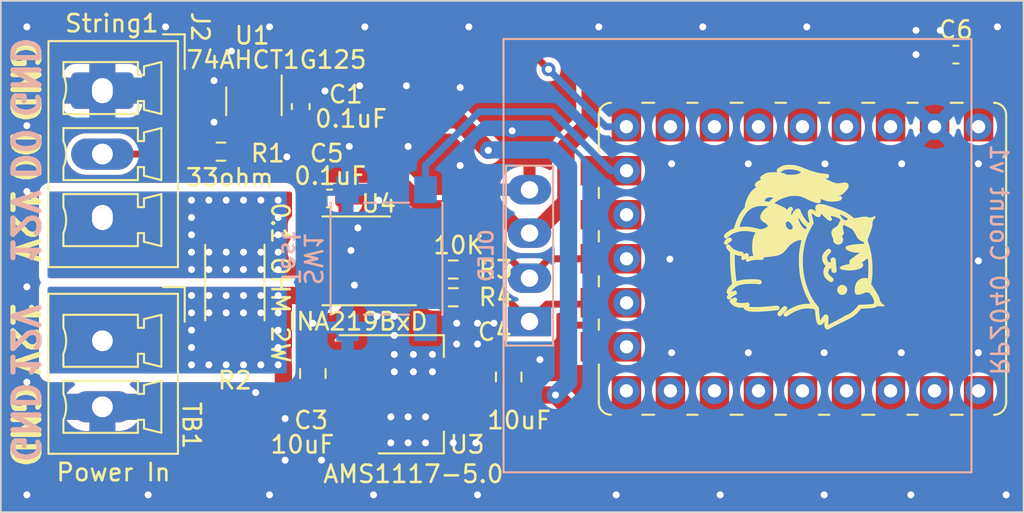
<source format=kicad_pcb>
(kicad_pcb (version 20240108) (generator "pcbnew") (generator_version "8.0")
  (title_block (title "RP2040 Count") (date "2024-02-11") (rev "v1"))
  (layers (0 "F.Cu" signal) (31 "B.Cu" signal) (34 "B.Paste" user) (35 "F.Paste" user) (36 "B.SilkS" user "B.Silkscreen") (37 "F.SilkS" user "F.Silkscreen") (38 "B.Mask" user) (39 "F.Mask" user) (44 "Edge.Cuts" user))
  (net 0 "")
  (net 1 "+5V")
  (net 2 "GND")
  (net 3 "VIN1")
  (net 4 "+3.3V")
  (net 5 "/DOUT1")
  (net 6 "VOUT1")
  (net 7 "I2C_SDA")
  (net 8 "I2C_SCL")
  (net 9 "Net-(R1-Pad2)")
  (net 10 "Net-(U4-A0)")
  (net 11 "Net-(U4-A1)")
  (net 12 "SW1")
  (net 13 "OUT1")
  (footprint "Scotts:RP2040-Tiny_Scott" (layer "F.Cu") (at 157.5 78.38 -90)
    (property "Reference" "U5" (hide yes))
    (property "Value" "RP2040-Tiny")
    (pad "1" thru_hole circle (at 1.38 1.59 270) (size 1.524 1.524) (drill 0.762) (layers "*.Cu" "*.Mask") (net 1 "+5V"))
    (pad "1" smd rect (at 1.38 1.59 270) (size 3.5 1.7) (drill (offset -0.9 0)) (layers "F.Cu" "F.Mask") (net 1 "+5V"))
    (pad "2" thru_hole circle (at 1.38 4.13 270) (size 1.524 1.524) (drill 0.762) (layers "*.Cu" "*.Mask") (net 2 "GND"))
    (pad "2" smd rect (at 1.38 4.13 270) (size 3.5 1.7) (drill (offset -0.9 0)) (layers "F.Cu" "F.Mask") (net 2 "GND") (thermal_bridge_width 1.5))
    (pad "3" thru_hole circle (at 1.38 6.67 270) (size 1.524 1.524) (drill 0.762) (layers "*.Cu" "*.Mask") (net 4 "+3.3V"))
    (pad "3" smd rect (at 1.38 6.67 270) (size 3.5 1.7) (drill (offset -0.9 0)) (layers "F.Cu" "F.Mask") (net 4 "+3.3V"))
    (pad "4" thru_hole circle (at 1.38 9.21 270) (size 1.524 1.524) (drill 0.762) (layers "*.Cu" "*.Mask"))
    (pad "4" smd rect (at 1.38 9.21 270) (size 3.5 1.7) (drill (offset -0.9 0)) (layers "F.Cu" "F.Mask"))
    (pad "5" thru_hole circle (at 1.38 11.75 270) (size 1.524 1.524) (drill 0.762) (layers "*.Cu" "*.Mask"))
    (pad "5" smd rect (at 1.38 11.75 270) (size 3.5 1.7) (drill (offset -0.9 0)) (layers "F.Cu" "F.Mask"))
    (pad "6" thru_hole circle (at 1.38 14.29 270) (size 1.524 1.524) (drill 0.762) (layers "*.Cu" "*.Mask"))
    (pad "6" smd rect (at 1.38 14.29 270) (size 3.5 1.7) (drill (offset -0.9 0)) (layers "F.Cu" "F.Mask"))
    (pad "7" thru_hole circle (at 1.38 16.83 270) (size 1.524 1.524) (drill 0.762) (layers "*.Cu" "*.Mask"))
    (pad "7" smd rect (at 1.38 16.83 270) (size 3.5 1.7) (drill (offset -0.9 0)) (layers "F.Cu" "F.Mask"))
    (pad "8" thru_hole circle (at 1.38 19.37 270) (size 1.524 1.524) (drill 0.762) (layers "*.Cu" "*.Mask"))
    (pad "8" smd rect (at 1.38 19.37 270) (size 3.5 1.7) (drill (offset -0.9 0)) (layers "F.Cu" "F.Mask"))
    (pad "9" thru_hole circle (at 1.38 21.91 270) (size 1.524 1.524) (drill 0.762) (layers "*.Cu" "*.Mask") (net 13 "OUT1"))
    (pad "9" smd rect (at 1.38 21.91 270) (size 3.5 1.7) (drill (offset -0.9 0)) (layers "F.Cu" "F.Mask") (net 13 "OUT1"))
    (pad "10" thru_hole circle (at 3.92 21.9 270) (size 1.524 1.524) (drill 0.762) (layers "*.Cu" "*.Mask") (net 12 "SW1"))
    (pad "10" smd rect (at 3.92 21.9) (size 3.5 1.7) (drill (offset -0.9 0)) (layers "F.Cu" "F.Mask") (net 12 "SW1"))
    (pad "11" thru_hole circle (at 6.46 21.9 270) (size 1.524 1.524) (drill 0.762) (layers "*.Cu" "*.Mask"))
    (pad "11" smd rect (at 6.46 21.9) (size 3.5 1.7) (drill (offset -0.9 0)) (layers "F.Cu" "F.Mask"))
    (pad "12" thru_hole circle (at 9 21.9 270) (size 1.524 1.524) (drill 0.762) (layers "*.Cu" "*.Mask") (net 8 "I2C_SCL"))
    (pad "12" smd rect (at 9 21.9) (size 3.5 1.7) (drill (offset -0.9 0)) (layers "F.Cu" "F.Mask") (net 8 "I2C_SCL"))
    (pad "13" thru_hole circle (at 11.54 21.9 270) (size 1.524 1.524) (drill 0.762) (layers "*.Cu" "*.Mask") (net 7 "I2C_SDA"))
    (pad "13" smd rect (at 11.54 21.9) (size 3.5 1.7) (drill (offset -0.9 0)) (layers "F.Cu" "F.Mask") (net 7 "I2C_SDA"))
    (pad "14" thru_hole circle (at 14.08 21.9 270) (size 1.524 1.524) (drill 0.762) (layers "*.Cu" "*.Mask"))
    (pad "14" smd rect (at 14.08 21.9) (size 3.5 1.7) (drill (offset -0.9 0)) (layers "F.Cu" "F.Mask"))
    (pad "15" thru_hole circle (at 16.62 21.91 270) (size 1.524 1.524) (drill 0.762) (layers "*.Cu" "*.Mask"))
    (pad "15" smd rect (at 16.62 21.91 90) (size 3.5 1.7) (drill (offset -0.9 0)) (layers "F.Cu" "F.Mask"))
    (pad "16" thru_hole circle (at 16.62 19.37 270) (size 1.524 1.524) (drill 0.762) (layers "*.Cu" "*.Mask"))
    (pad "16" smd rect (at 16.62 19.37 90) (size 3.5 1.7) (drill (offset -0.9 0)) (layers "F.Cu" "F.Mask"))
    (pad "17" thru_hole circle (at 16.62 16.83 270) (size 1.524 1.524) (drill 0.762) (layers "*.Cu" "*.Mask"))
    (pad "17" smd rect (at 16.62 16.83 90) (size 3.5 1.7) (drill (offset -0.9 0)) (layers "F.Cu" "F.Mask"))
    (pad "18" thru_hole circle (at 16.62 14.29 270) (size 1.524 1.524) (drill 0.762) (layers "*.Cu" "*.Mask"))
    (pad "18" smd rect (at 16.62 14.29 90) (size 3.5 1.7) (drill (offset -0.9 0)) (layers "F.Cu" "F.Mask"))
    (pad "19" thru_hole circle (at 16.62 11.75 270) (size 1.524 1.524) (drill 0.762) (layers "*.Cu" "*.Mask"))
    (pad "19" smd rect (at 16.62 11.75 90) (size 3.5 1.7) (drill (offset -0.9 0)) (layers "F.Cu" "F.Mask"))
    (pad "20" thru_hole circle (at 16.62 9.21 270) (size 1.524 1.524) (drill 0.762) (layers "*.Cu" "*.Mask"))
    (pad "20" smd rect (at 16.62 9.21 90) (size 3.5 1.7) (drill (offset -0.9 0)) (layers "F.Cu" "F.Mask"))
    (pad "21" thru_hole circle (at 16.62 6.67 270) (size 1.524 1.524) (drill 0.762) (layers "*.Cu" "*.Mask"))
    (pad "21" smd rect (at 16.62 6.67 90) (size 3.5 1.7) (drill (offset -0.9 0)) (layers "F.Cu" "F.Mask"))
    (pad "22" thru_hole circle (at 16.62 4.13 270) (size 1.524 1.524) (drill 0.762) (layers "*.Cu" "*.Mask"))
    (pad "22" smd rect (at 16.62 4.13 90) (size 3.5 1.7) (drill (offset -0.9 0)) (layers "F.Cu" "F.Mask"))
    (pad "23" thru_hole circle (at 16.62 1.59 270) (size 1.524 1.524) (drill 0.762) (layers "*.Cu" "*.Mask"))
    (pad "23" smd rect (at 16.62 1.59 90) (size 3.5 1.7) (drill (offset -0.9 0)) (layers "F.Cu" "F.Mask"))
  )
  (footprint "Resistor_SMD:R_2512_6332Metric_Pad1.40x3.35mm_HandSolder" (layer "F.Cu") (at 113 88.75 90)
    (property "Reference" "R2" (at -5.65 0 180) (layer "F.SilkS"))
    (property "Value" "0.1 OHM 2W" (at 0 2.62 -90) (layer "F.SilkS"))
    (pad "1" smd roundrect (at -3.05 0 90) (size 1.4 3.35) (layers "F.Cu" "F.Paste" "F.Mask") (roundrect_rratio 0.1785707143) (net 3 "VIN1"))
    (pad "2" smd roundrect (at 3.05 0 90) (size 1.4 3.35) (layers "F.Cu" "F.Paste" "F.Mask") (roundrect_rratio 0.1785707143) (net 6 "VOUT1"))
  )
  (footprint "Scotts:chewi_15" (layer "F.Cu") (at 147 86.5 -90)
    (property "Reference" "G***")
    (property "Value" "LOGO" (hide yes))
  )
  (footprint "Connector_Phoenix_MC:PhoenixContact_MCV_1,5_2-G-3.81_1x02_P3.81mm_Vertical" (layer "F.Cu") (at 105.3575 92.1125 -90)
    (property "Reference" "TB1" (hide yes))
    (property "Value" "Power In" (at 7.5875 -0.6425 0) (layer "F.SilkS"))
    (fp_text user "${REFERENCE}" (at 4.8875 -5.1425 -90) (layer "F.SilkS"))
    (pad "1" thru_hole roundrect (at 0 0 270) (size 1.8 3.6) (drill 1.2) (layers "*.Cu" "*.Mask") (roundrect_rratio 0.1388888889) (net 3 "VIN1"))
    (pad "2" thru_hole oval (at 3.81 0 270) (size 1.8 3.6) (drill 1.2) (layers "*.Cu" "*.Mask") (net 2 "GND") (thermal_bridge_width 1.5))
  )
  (footprint "Resistor_SMD:R_0603_1608Metric_Pad0.98x0.95mm_HandSolder" (layer "F.Cu") (at 125.6 88)
    (property "Reference" "R3" (at 2.45 0 0) (layer "F.SilkS"))
    (property "Value" "10K" (at 0.3125 -1.4 0) (layer "F.SilkS"))
    (pad "1" smd roundrect (at -0.9125 0) (size 0.975 0.95) (layers "F.Cu" "F.Paste" "F.Mask") (net 10 "Net-(U4-A0)"))
    (pad "2" smd roundrect (at 0.9125 0) (size 0.975 0.95) (layers "F.Cu" "F.Paste" "F.Mask") (net 2 "GND"))
  )
  (footprint "Capacitor_SMD:C_0603_1608Metric_Pad1.08x0.95mm_HandSolder" (layer "F.Cu") (at 154.6 75.6)
    (property "Reference" "C6" (at 0 -1.43 0) (layer "F.SilkS"))
    (property "Value" "0.1uF")
    (pad "1" smd roundrect (at -0.8625 0) (size 1.075 0.95) (layers "F.Cu" "F.Paste" "F.Mask") (net 2 "GND") (thermal_gap 0.25))
    (pad "2" smd roundrect (at 0.8625 0) (size 1.075 0.95) (layers "F.Cu" "F.Paste" "F.Mask") (net 1 "+5V"))
  )
  (footprint "Capacitor_SMD:C_0603_1608Metric_Pad1.08x0.95mm_HandSolder" (layer "F.Cu") (at 116.8 78.6 90)
    (property "Reference" "C1" (at 0.7 2.6 180) (layer "F.SilkS"))
    (property "Value" "0.1uF" (at -0.7 2.9 180) (layer "F.SilkS"))
    (pad "1" smd roundrect (at -0.8625 0 90) (size 1.075 0.95) (layers "F.Cu" "F.Paste" "F.Mask") (net 1 "+5V"))
    (pad "2" smd roundrect (at 0.8625 0 90) (size 1.075 0.95) (layers "F.Cu" "F.Paste" "F.Mask") (net 2 "GND") (thermal_gap 0.25))
  )
  (footprint "Package_SO:TSOP-5_1.65x3.05mm_P0.95mm" (layer "F.Cu") (at 114.1 78.3 -90)
    (property "Reference" "U1" (at -3.8 0.1 180) (layer "F.SilkS"))
    (property "Value" "74AHCT1G125" (at -2.4 -1.3 180) (layer "F.SilkS"))
    (pad "1" smd rect (at -1.16 -0.95 270) (size 0.7 0.51) (layers "F.Cu" "F.Paste" "F.Mask") (net 2 "GND") (thermal_gap 0.25))
    (pad "2" smd rect (at -1.16 0 270) (size 0.7 0.51) (layers "F.Cu" "F.Paste" "F.Mask") (net 13 "OUT1"))
    (pad "3" smd rect (at -1.16 0.95 270) (size 0.7 0.51) (layers "F.Cu" "F.Paste" "F.Mask") (net 2 "GND") (thermal_gap 0.25))
    (pad "4" smd rect (at 1.16 0.95 270) (size 0.7 0.51) (layers "F.Cu" "F.Paste" "F.Mask") (net 9 "Net-(R1-Pad2)"))
    (pad "5" smd rect (at 1.16 -0.95 270) (size 0.7 0.51) (layers "F.Cu" "F.Paste" "F.Mask") (net 1 "+5V"))
  )
  (footprint "Package_SO:SOIC-8_3.9x4.9mm_P1.27mm" (layer "F.Cu") (at 120 87.5 180)
    (property "Reference" "U4" (at -1.3 3.3 0) (layer "F.SilkS"))
    (property "Value" "INA219BxD" (at -0.1 -3.5 0) (layer "F.SilkS"))
    (pad "1" smd roundrect (at -2.475 -1.905 180) (size 1.95 0.6) (layers "F.Cu" "F.Paste" "F.Mask") (net 11 "Net-(U4-A1)"))
    (pad "2" smd roundrect (at -2.475 -0.635 180) (size 1.95 0.6) (layers "F.Cu" "F.Paste" "F.Mask") (net 10 "Net-(U4-A0)"))
    (pad "3" smd roundrect (at -2.475 0.635 180) (size 1.95 0.6) (layers "F.Cu" "F.Paste" "F.Mask") (net 7 "I2C_SDA"))
    (pad "4" smd roundrect (at -2.475 1.905 180) (size 1.95 0.6) (layers "F.Cu" "F.Paste" "F.Mask") (net 8 "I2C_SCL"))
    (pad "5" smd roundrect (at 2.475 1.905 180) (size 1.95 0.6) (layers "F.Cu" "F.Paste" "F.Mask") (net 4 "+3.3V"))
    (pad "6" smd roundrect (at 2.475 0.635 180) (size 1.95 0.6) (layers "F.Cu" "F.Paste" "F.Mask") (net 2 "GND"))
    (pad "7" smd roundrect (at 2.475 -0.635 180) (size 1.95 0.6) (layers "F.Cu" "F.Paste" "F.Mask") (net 6 "VOUT1"))
    (pad "8" smd roundrect (at 2.475 -1.905 180) (size 1.95 0.6) (layers "F.Cu" "F.Paste" "F.Mask") (net 3 "VIN1"))
  )
  (footprint "Capacitor_SMD:C_0805_2012Metric_Pad1.18x1.45mm_HandSolder" (layer "F.Cu") (at 128.8 94.2 90)
    (property "Reference" "C4" (at 2.6 -0.8 180) (layer "F.SilkS"))
    (property "Value" "10uF" (at -2.5 0.6 180) (layer "F.SilkS"))
    (pad "1" smd roundrect (at -1.0375 0 90) (size 1.175 1.45) (layers "F.Cu" "F.Paste" "F.Mask") (roundrect_rratio 0.2127659574) (net 1 "+5V"))
    (pad "2" smd roundrect (at 1.0375 0 90) (size 1.175 1.45) (layers "F.Cu" "F.Paste" "F.Mask") (roundrect_rratio 0.2127659574) (net 2 "GND"))
  )
  (footprint "Resistor_SMD:R_0603_1608Metric_Pad0.98x0.95mm_HandSolder" (layer "F.Cu") (at 112.2 81.2)
    (property "Reference" "R1" (at 2.7 0.1 0) (layer "F.SilkS"))
    (property "Value" "33ohm" (at 0.5 1.5 0) (layer "F.SilkS"))
    (pad "1" smd roundrect (at -0.9125 0) (size 0.975 0.95) (layers "F.Cu" "F.Paste" "F.Mask") (net 5 "/DOUT1"))
    (pad "2" smd roundrect (at 0.9125 0) (size 0.975 0.95) (layers "F.Cu" "F.Paste" "F.Mask") (net 9 "Net-(R1-Pad2)"))
  )
  (footprint "Package_TO_SOT_SMD:SOT-223-3_TabPin2" (layer "F.Cu") (at 123.15 95.2)
    (property "Reference" "U3" (at 3.25 2.9 0) (layer "F.SilkS"))
    (property "Value" "AMS1117-5.0" (at 0.15 4.6 0) (layer "F.SilkS"))
    (pad "1" smd rect (at -3.15 -2.3) (size 2 1.5) (layers "F.Cu" "F.Paste" "F.Mask") (net 2 "GND") (thermal_bridge_width 2) (thermal_gap 0.25))
    (pad "2" smd rect (at -3.15 0) (size 2 1.5) (layers "F.Cu" "F.Paste" "F.Mask") (net 1 "+5V"))
    (pad "2" smd rect (at 3.15 0) (size 2 3.8) (layers "F.Cu" "F.Paste" "F.Mask") (net 1 "+5V"))
    (pad "3" smd rect (at -3.15 2.3) (size 2 1.5) (layers "F.Cu" "F.Paste" "F.Mask") (net 3 "VIN1"))
  )
  (footprint "Capacitor_SMD:C_0603_1608Metric_Pad1.08x0.95mm_HandSolder" (layer "F.Cu") (at 118.4625 83.9)
    (property "Reference" "C5" (at -0.1625 -2.6 0) (layer "F.SilkS"))
    (property "Value" "0.1uF" (at 0.0375 -1.3 0) (layer "F.SilkS"))
    (pad "1" smd roundrect (at -0.8625 0) (size 1.075 0.95) (layers "F.Cu" "F.Paste" "F.Mask") (net 4 "+3.3V"))
    (pad "2" smd roundrect (at 0.8625 0) (size 1.075 0.95) (layers "F.Cu" "F.Paste" "F.Mask") (net 2 "GND"))
  )
  (footprint "Capacitor_SMD:C_0805_2012Metric_Pad1.18x1.45mm_HandSolder" (layer "F.Cu") (at 117.5 94 90)
    (property "Reference" "C3" (at -2.7 -0.1 180) (layer "F.SilkS"))
    (property "Value" "10uF" (at -4.1 -0.6 180) (layer "F.SilkS"))
    (pad "1" smd roundrect (at -1.0375 0 90) (size 1.175 1.45) (layers "F.Cu" "F.Paste" "F.Mask") (roundrect_rratio 0.2127659574) (net 3 "VIN1"))
    (pad "2" smd roundrect (at 1.0375 0 90) (size 1.175 1.45) (layers "F.Cu" "F.Paste" "F.Mask") (roundrect_rratio 0.2127659574) (net 2 "GND") (thermal_bridge_width 1.5) (thermal_gap 0.25))
  )
  (footprint "Resistor_SMD:R_0603_1608Metric_Pad0.98x0.95mm_HandSolder" (layer "F.Cu") (at 125.6 89.6)
    (property "Reference" "R4" (at 2.45 0 0) (layer "F.SilkS"))
    (property "Value" "10K")
    (pad "1" smd roundrect (at -0.9125 0) (size 0.975 0.95) (layers "F.Cu" "F.Paste" "F.Mask") (net 11 "Net-(U4-A1)"))
    (pad "2" smd roundrect (at 0.9125 0) (size 0.975 0.95) (layers "F.Cu" "F.Paste" "F.Mask") (net 2 "GND"))
  )
  (footprint "Scotts:PhoenixContact_MCV_3.81mm_3.5mm_1x03_Vertical" (layer "F.Cu") (at 105.3575 77.53 -90)
    (property "Reference" "J2" (at -3.53 -5.6425 -90) (layer "F.SilkS"))
    (property "Value" "String1" (at -3.73 -0.5425 0) (layer "F.SilkS"))
    (pad "1" thru_hole roundrect (at 0.15 0 270) (size 2.1 3.6) (drill oval 1.45 1.2) (layers "*.Cu" "*.Mask") (roundrect_rratio 0.1388890476) (net 2 "GND") (thermal_bridge_width 1.5))
    (pad "2" thru_hole oval (at 3.81 0 270) (size 1.8 3.6) (drill 1.2) (layers "*.Cu" "*.Mask") (net 5 "/DOUT1"))
    (pad "3" thru_hole oval (at 7.47 0 270) (size 2.1 3.6) (drill oval 1.45 1.2) (layers "*.Cu" "*.Mask") (net 6 "VOUT1"))
  )
  (footprint "Scotts:OLED-SSD1306-128X64-I2C-THT_SCOTT2" (layer "B.Cu") (at 130 87.2 -90)
    (property "Reference" "J3" (hide yes))
    (property "Value" "OLED" (at 0 2.5 90) (layer "B.SilkS") (effects (font (size 0.8 0.8)) (justify mirror)))
    (pad "1" thru_hole rect (at 3.8 0 270) (size 1.7 2.5) (drill 1) (layers "*.Cu" "*.Mask") (net 7 "I2C_SDA"))
    (pad "2" thru_hole oval (at 1.3 0 270) (size 1.7 2.5) (drill 1) (layers "*.Cu" "*.Mask") (net 8 "I2C_SCL"))
    (pad "3" thru_hole oval (at -1.3 0 270) (size 1.7 2.5) (drill 1) (layers "*.Cu" "*.Mask") (net 4 "+3.3V"))
    (pad "4" thru_hole oval (at -3.8 0 270) (size 1.7 2.5) (drill 1) (layers "*.Cu" "*.Mask") (net 2 "GND"))
  )
  (footprint "Button_Switch_SMD:SW_Push_1P1T_NO_6x6mm_H9.5mm" (layer "B.Cu") (at 121.75 87.375 90)
    (property "Reference" "SW1" (hide yes))
    (property "Value" "Test" (at 0.075 -5.55 -90) (layer "B.SilkS") (effects (justify mirror)))
    (fp_text user "${REFERENCE}" (at 0 -4.25 -90) (layer "B.SilkS") (effects (justify mirror)))
    (pad "1" smd rect (at -3.975 2.25 90) (size 1.55 1.3) (layers "B.Cu" "B.Paste" "B.Mask") (net 12 "SW1"))
    (pad "1" smd rect (at 3.975 2.25 90) (size 1.55 1.3) (layers "B.Cu" "B.Paste" "B.Mask") (net 12 "SW1"))
    (pad "2" smd rect (at -3.975 -2.25 90) (size 1.55 1.3) (layers "B.Cu" "B.Paste" "B.Mask") (net 2 "GND"))
    (pad "2" smd rect (at 3.975 -2.25 90) (size 1.55 1.3) (layers "B.Cu" "B.Paste" "B.Mask") (net 2 "GND"))
  )
  (gr_rect (start 99.5 72.5) (end 158.5 102) (stroke (width 0.1)) (fill none) (layer "Edge.Cuts"))
  (gr_text "GND" (at 100 99.3 -90) (layer "B.SilkS") (effects (font (size 1.5 1.5) (thickness 0.3) (bold yes)) (justify left bottom mirror)))
  (gr_text "12V" (at 100 94.4 -90) (layer "B.SilkS") (effects (font (size 1.5 1.5) (thickness 0.3) (bold yes)) (justify left bottom mirror)))
  (gr_text "D0" (at 100 83 -90) (layer "B.SilkS") (effects (font (size 1.5 1.5) (thickness 0.3) (bold yes)) (justify left bottom mirror)))
  (gr_text "12V" (at 100 87.8 -90) (layer "B.SilkS") (effects (font (size 1.5 1.5) (thickness 0.3) (bold yes)) (justify left bottom mirror)))
  (gr_text "GND" (at 100 79.4 -90) (layer "B.SilkS") (effects (font (size 1.5 1.5) (thickness 0.3) (bold yes)) (justify left bottom mirror)))
  (gr_text "${TITLE} ${REVISION}" (at 156.5 94.2 270) (layer "B.SilkS") (effects (font (size 1 1)) (justify left bottom mirror)))
  (gr_text "12V" (at 100 83.2 -90) (layer "F.SilkS") (effects (font (size 1.5 1.5) (thickness 0.3) (bold yes)) (justify left bottom)))
  (gr_text "GND" (at 100 74.7 270) (layer "F.SilkS") (effects (font (size 1.5 1.5) (thickness 0.3) (bold yes)) (justify left bottom)))
  (gr_text "GND" (at 100 94.6 270) (layer "F.SilkS") (effects (font (size 1.5 1.5) (thickness 0.3) (bold yes)) (justify left bottom)))
  (gr_text "12V" (at 100 89.7 -90) (layer "F.SilkS") (effects (font (size 1.5 1.5) (thickness 0.3) (bold yes)) (justify left bottom)))
  (gr_text "D0" (at 100 79.8 270) (layer "F.SilkS") (effects (font (size 1.5 1.5) (thickness 0.3) (bold yes)) (justify left bottom)))
  (segment (start 126.3 95.2) (end 120 95.2) (width 1) (layer "F.Cu") (net 1))
  (segment (start 127.625 81.125) (end 125.8625 79.3625) (width 1) (layer "F.Cu") (net 1))
  (segment (start 131.5 95.2375) (end 128.8 95.2375) (width 1) (layer "F.Cu") (net 1))
  (segment (start 132.65 96.95) (end 132.65 96.3875) (width 1) (layer "F.Cu") (net 1))
  (segment (start 128.7625 95.2) (end 126.3 95.2) (width 1) (layer "F.Cu") (net 1))
  (segment (start 134.7 99) (end 132.65 96.95) (width 1) (layer "F.Cu") (net 1))
  (segment (start 128.8 95.2375) (end 128.7625 95.2) (width 1) (layer "F.Cu") (net 1))
  (segment (start 157.6 98.4) (end 157 99) (width 1) (layer "F.Cu") (net 1))
  (segment (start 128.8375 95.2) (end 128.8 95.2375) (width 1) (layer "F.Cu") (net 1))
  (segment (start 157 99) (end 134.7 99) (width 1) (layer "F.Cu") (net 1))
  (segment (start 115.05 79.46) (end 116.7975 79.46) (width 1) (layer "F.Cu") (net 1))
  (segment (start 155.6 75.7375) (end 155.6 79.45) (width 1) (layer "F.Cu") (net 1))
  (segment (start 116.9 79.3625) (end 116.8 79.4625) (width 1) (layer "F.Cu") (net 1))
  (segment (start 155.6 79.45) (end 155.91 79.76) (width 1) (layer "F.Cu") (net 1))
  (segment (start 116.7975 79.46) (end 116.8 79.4625) (width 1) (layer "F.Cu") (net 1))
  (segment (start 132.65 96.3875) (end 131.5 95.2375) (width 1) (layer "F.Cu") (net 1))
  (segment (start 155.4625 75.6) (end 156.85 75.6) (width 1) (layer "F.Cu") (net 1))
  (segment (start 125.8625 79.3625) (end 116.9 79.3625) (width 1) (layer "F.Cu") (net 1))
  (segment (start 156.85 75.6) (end 157.6 76.35) (width 1) (layer "F.Cu") (net 1))
  (segment (start 157.6 76.35) (end 157.6 98.4) (width 1) (layer "F.Cu") (net 1))
  (segment (start 155.4625 75.6) (end 155.6 75.7375) (width 1) (layer "F.Cu") (net 1))
  (via (at 127.625 81.125) (size 0.8) (drill 0.4) (layers "F.Cu" "B.Cu") (net 1))
  (via (at 131.5 95.2375) (size 0.8) (drill 0.4) (layers "F.Cu" "B.Cu") (net 1))
  (segment (start 127.625 81.125) (end 127.65 81.1) (width 1) (layer "B.Cu") (net 1))
  (segment (start 132.25 94.4875) (end 131.5 95.2375) (width 1) (layer "B.Cu") (net 1))
  (segment (start 127.65 81.1) (end 131.3 81.1) (width 1) (layer "B.Cu") (net 1))
  (segment (start 132.25 82.05) (end 132.25 94.4875) (width 1) (layer "B.Cu") (net 1))
  (segment (start 131.3 81.1) (end 132.25 82.05) (width 1) (layer "B.Cu") (net 1))
  (segment (start 136.85 91.21) (end 138.2 92.56) (width 0.4) (layer "F.Cu") (net 2))
  (segment (start 127.4875 91.85) (end 127.4 91.85) (width 0.4) (layer "F.Cu") (net 2))
  (segment (start 119.4 86.6) (end 119.4 83.975) (width 0.4) (layer "F.Cu") (net 2))
  (segment (start 137.29 93.71) (end 138.2 92.8) (width 0.4) (layer "F.Cu") (net 2))
  (segment (start 153.37 79.76) (end 153.37 76.98) (width 0.4) (layer "F.Cu") (net 2))
  (segment (start 128.8 93.1625) (end 127.4875 91.85) (width 0.9) (layer "F.Cu") (net 2))
  (segment (start 126.5125 90.6125) (end 127 91.1) (width 0.4) (layer "F.Cu") (net 2))
  (segment (start 153.37 76.98) (end 153.7375 76.6125) (width 0.4) (layer "F.Cu") (net 2))
  (segment (start 118.1625 77.7375) (end 118.2 77.7) (width 0.4) (layer "F.Cu") (net 2))
  (segment (start 116.8 77.7375) (end 118.1625 77.7375) (width 0.4) (layer "F.Cu") (net 2))
  (segment (start 126.5125 88) (end 126.5125 89.6) (width 0.4) (layer "F.Cu") (net 2))
  (segment (start 116.7875 77.75) (end 116.8 77.7375) (width 0.4) (layer "F.Cu") (net 2))
  (segment (start 119.7 86.9) (end 119.4 86.6) (width 0.4) (layer "F.Cu") (net 2))
  (segment (start 130.6 93.2) (end 132.59 91.21) (width 0.4) (layer "F.Cu") (net 2))
  (segment (start 131.11 93.71) (end 137.29 93.71) (width 0.4) (layer "F.Cu") (net 2))
  (segment (start 116.2 77.75) (end 116.7875 77.75) (width 0.4) (layer "F.Cu") (net 2))
  (segment (start 119.665 86.865) (end 119.7 86.9) (width 0.4) (layer "F.Cu") (net 2))
  (segment (start 113.15 75.75) (end 112.8 75.4) (width 0.4) (layer "F.Cu") (net 2))
  (segment (start 153.7375 75.6) (end 152.3 75.6) (width 0.4) (layer "F.Cu") (net 2))
  (segment (start 115.59 77.14) (end 116.2 77.75) (width 0.4) (layer "F.Cu") (net 2))
  (segment (start 153.7375 76.6125) (end 153.7375 75.6) (width 0.4) (layer "F.Cu") (net 2))
  (segment (start 127 92.25) (end 127 92.3) (width 0.4) (layer "F.Cu") (net 2))
  (segment (start 126.5125 89.6) (end 126.5125 90.6125) (width 0.4) (layer "F.Cu") (net 2))
  (segment (start 113.15 77.14) (end 113.15 75.75) (width 0.4) (layer "F.Cu") (net 2))
  (segment (start 119.4 83.975) (end 119.325 83.9) (width 0.4) (layer "F.Cu") (net 2))
  (segment (start 117.525 86.865) (end 119.665 86.865) (width 0.4) (layer "F.Cu") (net 2))
  (segment (start 115.05 77.14) (end 115.59 77.14) (width 0.4) (layer "F.Cu") (net 2))
  (segment (start 130.6 93.2) (end 131.11 93.71) (width 0.4) (layer "F.Cu") (net 2))
  (segment (start 132.59 91.21) (end 136.85 91.21) (width 0.4) (layer "F.Cu") (net 2))
  (segment (start 138.2 92.56) (end 138.2 92.8) (width 0.4) (layer "F.Cu") (net 2))
  (segment (start 127.4 91.85) (end 127 92.25) (width 0.4) (layer "F.Cu") (net 2))
  (via (at 129 80) (size 0.8) (drill 0.4) (layers "F.Cu" "B.Cu") (net 2))
  (via (at 119.9 88.9) (size 0.8) (drill 0.4) (layers "F.Cu" "B.Cu") (net 2))
  (via (at 124.4 93.9) (size 0.8) (drill 0.4) (layers "F.Cu" "B.Cu") (net 2))
  (via (at 118 99) (size 0.8) (drill 0.4) (layers "F.Cu" "B.Cu") (net 2))
  (via (at 138.2 81.9) (size 0.8) (drill 0.4) (layers "F.Cu" "B.Cu") (net 2))
  (via (at 125.8 92.3) (size 0.8) (drill 0.4) (layers "F.Cu" "B.Cu") (net 2))
  (via (at 108 101) (size 0.8) (drill 0.4) (layers "F.Cu" "B.Cu") (net 2))
  (via (at 115.9 99) (size 0.8) (drill 0.4) (layers "F.Cu" "B.Cu") (net 2))
  (via (at 101 74) (size 0.8) (drill 0.4) (layers "F.Cu" "B.Cu") (net 2))
  (via (at 146 74) (size 0.8) (drill 0.4) (layers "F.Cu" "B.Cu") (net 2))
  (via (at 111.8 79.5) (size 0.8) (drill 0.4) (layers "F.Cu" "B.Cu") (net 2))
  (via (at 157 74) (size 0.8) (drill 0.4) (layers "F.Cu" "B.Cu") (net 2))
  (via (at 155.9 81.9) (size 0.8) (drill 0.4) (layers "F.Cu" "B.Cu") (net 2))
  (via (at 152 101) (size 0.8) (drill 0.4) (layers "F.Cu" "B.Cu") (net 2))
  (via (at 125.6 98) (size 0.8) (drill 0.4) (layers "F.Cu" "B.Cu") (net 2))
  (via (at 122.2 93.9) (size 0.8) (drill 0.4) (layers "F.Cu" "B.Cu") (net 2))
  (via (at 122.2 90.7) (size 0.8) (drill 0.4) (layers "F.Cu" "B.Cu") (net 2))
  (via (at 140 74) (size 0.8) (drill 0.4) (layers "F.Cu" "B.Cu") (net 2))
  (via (at 147.05 81.9) (size 0.8) (drill 0.4) (layers "F.Cu" "B.Cu") (net 2))
  (via (at 114.2 95.1) (size 0.8) (drill 0.4) (layers "F.Cu" "B.Cu") (net 2))
  (via (at 123.3 92.9) (size 0.8) (drill 0.4) (layers "F.Cu" "B.Cu") (net 2))
  (via (at 134 74) (size 0.8) (drill 0.4) (layers "F.Cu" "B.Cu") (net 2))
  (via (at 111.8 77.1) (size 0.8) (drill 0.4) (layers "F.Cu" "B.Cu") (net 2))
  (via (at 126.5 74) (size 0.8) (drill 0.4) (layers "F.Cu" "B.Cu") (net 2))
  (via (at 153.7 74.2) (size 0.8) (drill 0.4) (layers "F.Cu" "B.Cu") (net 2))
  (via (at 122 96.5) (size 0.8) (drill 0.4) (layers "F.Cu" "B.Cu") (net 2))
  (via (at 126 77.5) (size 0.8) (drill 0.4) (layers "F.Cu" "B.Cu") (net 2))
  (via (at 101 94.5) (size 0.8) (drill 0.4) (layers "F.Cu" "B.Cu") (net 2))
  (via (at 112.8 75.4) (size 0.8) (drill 0.4) (layers "F.Cu" "B.Cu") (net 2))
  (via (at 124.4 92.9) (size 0.8) (drill 0.4) (layers "F.Cu" "B.Cu") (net 2))
  (via (at 124 96.5) (size 0.8) (drill 0.4) (layers "F.Cu" "B.Cu") (net 2))
  (via (at 116 81.5) (size 0.8) (drill 0.4) (layers "F.Cu" "B.Cu") (net 2))
  (via (at 155.9 92.8) (size 0.8) (drill 0.4) (layers "F.Cu" "B.Cu") (net 2))
  (via (at 122 98) (size 0.8) (drill 0.4) (layers "F.Cu" "B.Cu") (net 2))
  (via (at 138.1 87.4) (size 0.8) (drill 0.4) (layers "F.Cu" "B.Cu") (net 2))
  (via (at 151.45 92.8) (size 0.8) (drill 0.4) (layers "F.Cu" "B.Cu") (net 2))
  (via (at 120.5 74) (size 0.8) (drill 0.4) (layers "F.Cu" "B.Cu") (net 2))
  (via (at 121.2 90.7) (size 0.8) (drill 0.4) (layers "F.Cu" "B.Cu") (net 2))
  (via (at 122.9 77.4) (size 0.8) (drill 0.4) (layers "F.Cu" "B.Cu") (net 2))
  (via (at 101 83.5) (size 0.8) (drill 0.4) (layers "F.Cu" "B.Cu") (net 2))
  (via (at 120.2 77.4) (size 0.8) (drill 0.4) (layers "F.Cu" "B.Cu") (net 2))
  (via (at 142.625 92.8) (size 0.8) (drill 0.4) (layers "F.Cu" "B.Cu") (net 2))
  (via (at 151.475 81.9) (size 0.8) (drill 0.4) (layers "F.Cu" "B.Cu") (net 2))
  (via (at 147 101) (size 0.8) (drill 0.4) (layers "F.Cu" "B.Cu") (net 2))
  (via (at 127.95 91.1) (size 0.8) (drill 0.4) (layers "F.Cu" "B.Cu") (net 2))
  (via (at 119.7 86.9) (size 0.8) (drill 0.4) (layers "F.Cu" "B.Cu") (net 2))
  (via (at 141 101) (size 0.8) (drill 0.4) (layers "F.Cu" "B.Cu") (net 2))
  (via (at 122.2 92.9) (size 0.8) (drill 0.4) (layers "F.Cu" "B.Cu") (net 2))
  (via (at 157.5 101) (size 0.8) (drill 0.4) (layers "F.Cu" "B.Cu") (net 2))
  (via (at 126 82) (size 0.8) (drill 0.4) (layers "F.Cu" "B.Cu") (net 2))
  (via (at 101 89) (size 0.8) (drill 0.4) (layers "F.Cu" "B.Cu") (net 2))
  (via (at 127 92.3) (size 0.8) (drill 0.4) (layers "F.Cu" "B.Cu") (net 2))
  (via (at 120.1 85.6) (size 0.8) (drill 0.4) (layers "F.Cu" "B.Cu") (net 2))
  (via (at 118.2 77.7) (size 0.8) (drill 0.4) (layers "F.Cu" "B.Cu") (net 2))
  (via (at 122.2 91.8) (size 0.8) (drill 0.4) (layers "F.Cu" "B.Cu") (net 2))
  (via (at 147 92.8) (size 0.8) (drill 0.4) (layers "F.Cu" "B.Cu") (net 2))
  (via (at 126.9 98) (size 0.8) (drill 0.4) (layers "F.Cu" "B.Cu") (net 2))
  (via (at 121 101) (size 0.8) (drill 0.4) (layers "F.Cu" "B.Cu") (net 2))
  (via (at 123 80.9) (size 0.8) (drill 0.4) (layers "F.Cu" "B.Cu") (net 2))
  (via (at 109 74) (size 0.8) (drill 0.4) (layers "F.Cu" "B.Cu") (net 2))
  (via (at 142.625 81.9) (size 0.8) (drill 0.4) (layers "F.Cu" "B.Cu") (net 2))
  (via (at 123 98) (size 0.8) (drill 0.4) (layers "F.Cu" "B.Cu") (net 2))
  (via (at 135 101) (size 0.8) (drill 0.4) (layers "F.Cu" "B.Cu") (net 2))
  (via (at 130.6 93.2) (size 0.8) (drill 0.4) (layers "F.Cu" "B.Cu") (net 2))
  (via (at 115 74) (size 0.8) (drill 0.4) (layers "F.Cu" "B.Cu") (net 2))
  (via (at 124 98) (size 0.8) (drill 0.4) (layers "F.Cu" "B.Cu") (net 2))
  (via (at 101 79.7) (size 0.8) (drill 0.4) (layers "F.Cu" "B.Cu") (net 2))
  (via (at 117.5 91.1) (size 0.8) (drill 0.4) (layers "F.Cu" "B.Cu") (net 2))
  (via (at 101 101) (size 0.8) (drill 0.4) (layers "F.Cu" "B.Cu") (net 2))
  (via (at 121.3 84) (size 0.8) (drill 0.4) (layers "F.Cu" "B.Cu") (net 2))
  (via (at 152.3 74.2) (size 0.8) (drill 0.4) (layers "F.Cu" "B.Cu") (net 2))
  (via (at 152.3 75.6) (size 0.8) (drill 0.4) (layers "F.Cu" "B.Cu") (net 2))
  (via (at 155.9 87.5) (size 0.8) (drill 0.4) (layers "F.Cu" "B.Cu") (net 2))
  (via (at 115.9 96.6) (size 0.8) (drill 0.4) (layers "F.Cu" "B.Cu") (net 2))
  (via (at 125.8 91.1) (size 0.8) (drill 0.4) (layers "F.Cu" "B.Cu") (net 2))
  (via (at 127 101) (size 0.8) (drill 0.4) (layers "F.Cu" "B.Cu") (net 2))
  (via (at 123.3 93.9) (size 0.8) (drill 0.4) (layers "F.Cu" "B.Cu") (net 2))
  (via (at 123 96.5) (size 0.8) (drill 0.4) (layers "F.Cu" "B.Cu") (net 2))
  (via (at 127 91.1) (size 0.8) (drill 0.4) (layers "F.Cu" "B.Cu") (net 2))
  (via (at 119.6 80.9) (size 0.8) (drill 0.4) (layers "F.Cu" "B.Cu") (net 2))
  (via (at 115 101) (size 0.8) (drill 0.4) (layers "F.Cu" "B.Cu") (net 2))
  (via (at 138.2 92.8) (size 0.8) (drill 0.4) (layers "F.Cu" "B.Cu") (net 2))
  (segment (start 120 97.5) (end 118 97.5) (width 1) (layer "F.Cu") (net 3))
  (segment (start 115.8 95.0375) (end 115.8 93.8) (width 1) (layer "F.Cu") (net 3))
  (segment (start 117.5 95.0375) (end 115.8 95.0375) (width 1) (layer "F.Cu") (net 3))
  (segment (start 115.8 93.8) (end 115.5 93.5) (width 1) (layer "F.Cu") (net 3))
  (segment (start 118 97.5) (end 117.5 97) (width 1) (layer "F.Cu") (net 3))
  (segment (start 117.5 97) (end 117.5 95.0375) (width 1) (layer "F.Cu") (net 3))
  (via (at 113.5 90.5) (size 0.8) (drill 0.4) (layers "F.Cu" "B.Cu") (net 3))
  (via (at 114.5 90.5) (size 0.8) (drill 0.4) (layers "F.Cu" "B.Cu") (net 3))
  (via (at 112.5 93.5) (size 0.8) (drill 0.4) (layers "F.Cu" "B.Cu") (net 3))
  (via (at 115.5 92.5) (size 0.8) (drill 0.4) (layers "F.Cu" "B.Cu") (net 3))
  (via (at 115.5 89.5) (size 0.8) (drill 0.4) (layers "F.Cu" "B.Cu") (net 3))
  (via (at 111.5 93.5) (size 0.8) (drill 0.4) (layers "F.Cu" "B.Cu") (net 3))
  (via (at 113.5 89.5) (size 0.8) (drill 0.4) (layers "F.Cu" "B.Cu") (net 3))
  (via (at 111.5 90.5) (size 0.8) (drill 0.4) (layers "F.Cu" "B.Cu") (net 3))
  (via (at 112.5 89.5) (size 0.8) (drill 0.4) (layers "F.Cu" "B.Cu") (net 3))
  (via (at 113.5 93.5) (size 0.8) (drill 0.4) (layers "F.Cu" "B.Cu") (net 3))
  (via (at 110.5 89.5) (size 0.8) (drill 0.4) (layers "F.Cu" "B.Cu") (net 3))
  (via (at 114.5 89.5) (size 0.8) (drill 0.4) (layers "F.Cu" "B.Cu") (net 3))
  (via (at 114.5 93.5) (size 0.8) (drill 0.4) (layers "F.Cu" "B.Cu") (net 3))
  (via (at 110.5 93.5) (size 0.8) (drill 0.4) (layers "F.Cu" "B.Cu") (net 3))
  (via (at 115.5 93.5) (size 0.8) (drill 0.4) (layers "F.Cu" "B.Cu") (net 3))
  (via (at 111.5 89.5) (size 0.8) (drill 0.4) (layers "F.Cu" "B.Cu") (net 3))
  (via (at 115.5 91.5) (size 0.8) (drill 0.4) (layers "F.Cu" "B.Cu") (net 3))
  (via (at 115.5 90.5) (size 0.8) (drill 0.4) (layers "F.Cu" "B.Cu") (net 3))
  (via (at 110.5 91.5) (size 0.8) (drill 0.4) (layers "F.Cu" "B.Cu") (net 3))
  (via (at 110.5 90.5) (size 0.8) (drill 0.4) (layers "F.Cu" "B.Cu") (net 3))
  (via (at 112.5 90.5) (size 0.8) (drill 0.4) (layers "F.Cu" "B.Cu") (net 3))
  (via (at 110.5 92.5) (size 0.8) (drill 0.4) (layers "F.Cu" "B.Cu") (net 3))
  (segment (start 122 82.5) (end 117.6 82.5) (width 1) (layer "F.Cu") (net 4))
  (segment (start 130 85.9) (end 129.503984 85.9) (width 1) (layer "F.Cu") (net 4))
  (segment (start 129.503984 85.9) (end 128.103984 84.5) (width 1) (layer "F.Cu") (net 4))
  (segment (start 133.5 79.5) (end 132.1 80.9) (width 1) (layer "F.Cu") (net 4))
  (segment (start 117.525 83.975) (end 117.6 83.9) (width 1) (layer "F.Cu") (net 4))
  (segment (start 128.103984 84.5) (end 124 84.5) (width 1) (layer "F.Cu") (net 4))
  (segment (start 132.1 80.9) (end 132.1 84.1) (width 1) (layer "F.Cu") (net 4))
  (segment (start 150.83 79.76) (end 150.83 76.33) (width 1) (layer "F.Cu") (net 4))
  (segment (start 132.1 84.1) (end 130.3 85.9) (width 1) (layer "F.Cu") (net 4))
  (segment (start 150.83 76.33) (end 150 75.5) (width 1) (layer "F.Cu") (net 4))
  (segment (start 133.5 77.073161) (end 133.5 79.5) (width 1) (layer "F.Cu") (net 4))
  (segment (start 150 75.5) (end 135.073161 75.5) (width 1) (layer "F.Cu") (net 4))
  (segment (start 124 84.5) (end 122 82.5) (width 1) (layer "F.Cu") (net 4))
  (segment (start 117.525 85.595) (end 117.525 83.975) (width 1) (layer "F.Cu") (net 4))
  (segment (start 135.073161 75.5) (end 133.5 77.073161) (width 1) (layer "F.Cu") (net 4))
  (segment (start 117.6 82.5) (end 117.6 83.9) (width 1) (layer "F.Cu") (net 4))
  (segment (start 130.3 85.9) (end 130 85.9) (width 1) (layer "F.Cu") (net 4))
  (segment (start 111.1475 81.34) (end 105.3575 81.34) (width 0.4) (layer "F.Cu") (net 5))
  (segment (start 111.2875 81.2) (end 111.1475 81.34) (width 0.4) (layer "F.Cu") (net 5))
  (via (at 115.5 86) (size 0.8) (drill 0.4) (layers "F.Cu" "B.Cu") (net 6))
  (via (at 115.5 85) (size 0.8) (drill 0.4) (layers "F.Cu" "B.Cu") (net 6))
  (via (at 112.5 84) (size 0.8) (drill 0.4) (layers "F.Cu" "B.Cu") (net 6))
  (via (at 111.5 84) (size 0.8) (drill 0.4) (layers "F.Cu" "B.Cu") (net 6))
  (via (at 115.5 84) (size 0.8) (drill 0.4) (layers "F.Cu" "B.Cu") (net 6))
  (via (at 115.5 87) (size 0.8) (drill 0.4) (layers "F.Cu" "B.Cu") (net 6))
  (via (at 110.5 85) (size 0.8) (drill 0.4) (layers "F.Cu" "B.Cu") (net 6))
  (via (at 112.5 88) (size 0.8) (drill 0.4) (layers "F.Cu" "B.Cu") (net 6))
  (via (at 114.5 84) (size 0.8) (drill 0.4) (layers "F.Cu" "B.Cu") (net 6))
  (via (at 110.5 86) (size 0.8) (drill 0.4) (layers "F.Cu" "B.Cu") (net 6))
  (via (at 111.5 88) (size 0.8) (drill 0.4) (layers "F.Cu" "B.Cu") (net 6))
  (via (at 113.5 88) (size 0.8) (drill 0.4) (layers "F.Cu" "B.Cu") (net 6))
  (via (at 110.5 88) (size 0.8) (drill 0.4) (layers "F.Cu" "B.Cu") (net 6))
  (via (at 110.5 87) (size 0.8) (drill 0.4) (layers "F.Cu" "B.Cu") (net 6))
  (via (at 111.5 87) (size 0.8) (drill 0.4) (layers "F.Cu" "B.Cu") (net 6))
  (via (at 115.5 88) (size 0.8) (drill 0.4) (layers "F.Cu" "B.Cu") (net 6))
  (via (at 110.5 84) (size 0.8) (drill 0.4) (layers "F.Cu" "B.Cu") (net 6))
  (via (at 114.5 87) (size 0.8) (drill 0.4) (layers "F.Cu" "B.Cu") (net 6))
  (via (at 113.5 84) (size 0.8) (drill 0.4) (layers "F.Cu" "B.Cu") (net 6))
  (via (at 113.5 87) (size 0.8) (drill 0.4) (layers "F.Cu" "B.Cu") (net 6))
  (via (at 112.5 87) (size 0.8) (drill 0.4) (layers "F.Cu" "B.Cu") (net 6))
  (via (at 114.5 88) (size 0.8) (drill 0.4) (layers "F.Cu" "B.Cu") (net 6))
  (segment (start 135.52 90) (end 135.6 89.92) (width 0.4) (layer "F.Cu") (net 7))
  (segment (start 130 91) (end 131 90) (width 0.4) (layer "F.Cu") (net 7))
  (segment (start 130 91) (end 127.95 88.95) (width 0.4) (layer "F.Cu") (net 7))
  (segment (start 127.415 86.865) (end 122.475 86.865) (width 0.4) (layer "F.Cu") (net 7))
  (segment (start 127.95 88.95) (end 127.95 87.4) (width 0.4) (layer "F.Cu") (net 7))
  (segment (start 131 90) (end 135.52 90) (width 0.4) (layer "F.Cu") (net 7))
  (segment (start 127.95 87.4) (end 127.415 86.865) (width 0.4) (layer "F.Cu") (net 7))
  (segment (start 130 88.5) (end 131.12 87.38) (width 0.4) (layer "F.Cu") (net 8))
  (segment (start 127.095 85.595) (end 122.475 85.595) (width 0.4) (layer "F.Cu") (net 8))
  (segment (start 130 88.5) (end 127.095 85.595) (width 0.4) (layer "F.Cu") (net 8))
  (segment (start 131.12 87.38) (end 135.6 87.38) (width 0.4) (layer "F.Cu") (net 8))
  (segment (start 113.15 81.1625) (end 113.1125 81.2) (width 0.4) (layer "F.Cu") (net 9))
  (segment (start 113.15 79.46) (end 113.15 81.1625) (width 0.4) (layer "F.Cu") (net 9))
  (segment (start 122.475 88.135) (end 124.5525 88.135) (width 0.4) (layer "F.Cu") (net 10))
  (segment (start 124.5525 88.135) (end 124.6875 88) (width 0.4) (layer "F.Cu") (net 10))
  (segment (start 124.4925 89.405) (end 124.6875 89.6) (width 0.4) (layer "F.Cu") (net 11))
  (segment (start 122.475 89.405) (end 124.4925 89.405) (width 0.4) (layer "F.Cu") (net 11))
  (segment (start 134.7 82.3) (end 131.3 78.9) (width 0.4) (layer "B.Cu") (net 12))
  (segment (start 135.6 82.3) (end 134.7 82.3) (width 0.4) (layer "B.Cu") (net 12))
  (segment (start 131.3 78.9) (end 127.1 78.9) (width 0.4) (layer "B.Cu") (net 12))
  (segment (start 124 82) (end 124 83.4) (width 0.4) (layer "B.Cu") (net 12))
  (segment (start 127.1 78.9) (end 124 82) (width 0.4) (layer "B.Cu") (net 12))
  (segment (start 114.6 75.6) (end 114.1 76.1) (width 0.4) (layer "F.Cu") (net 13))
  (segment (start 114.1 76.1) (end 114.1 77.14) (width 0.4) (layer "F.Cu") (net 13))
  (segment (start 131.1 76.45) (end 130.25 75.6) (width 0.4) (layer "F.Cu") (net 13))
  (segment (start 130.25 75.6) (end 114.6 75.6) (width 0.4) (layer "F.Cu") (net 13))
  (via (at 131.1 76.45) (size 0.8) (drill 0.4) (layers "F.Cu" "B.Cu") (net 13))
  (segment (start 131.1 76.45) (end 134.41 79.76) (width 0.4) (layer "B.Cu") (net 13))
  (segment (start 134.41 79.76) (end 135.59 79.76) (width 0.4) (layer "B.Cu") (net 13))
  (zone (net 6) (net_name "VOUT1") (layer "F.Cu") (priority 4) (connect_pads yes (clearance 0.5)) (min_thickness 0.25) (fill yes (thermal_gap 0.5) (thermal_bridge_width 0.5))
    (polygon (pts (xy 102.2 83.5) (xy 116.3 83.5) (xy 116.3 87.6) (xy 118.7 87.6) (xy 118.7 88.5) (xy 102.2 88.5)))
  )
  (zone (net 0) (net_name "") (layer "F.Cu") (connect_pads (clearance 0)) (min_thickness 0.25)
    (keepout (tracks not_allowed) (vias not_allowed) (pads not_allowed) (copperpour not_allowed) (footprints allowed))
    (fill (thermal_gap 0.5) (thermal_bridge_width 0.7))
    (polygon (pts (xy 154.1 76) (xy 154.1 77) (xy 154.7 77) (xy 154.7 76)))
  )
  (zone (net 2) (net_name "GND") (layer "F.Cu") (priority 3) (connect_pads (clearance 0.3)) (min_thickness 0.25) (fill yes (thermal_gap 0.5) (thermal_bridge_width 0.7))
    (polygon (pts (xy 99.5 72.5) (xy 158.5 72.5) (xy 158.5 102) (xy 99.5 102)))
  )
  (zone (net 3) (net_name "VIN1") (layer "F.Cu") (priority 4) (connect_pads yes (clearance 0.5)) (min_thickness 0.25) (fill yes (thermal_gap 0.5) (thermal_bridge_width 0.5))
    (polygon (pts (xy 102.2 94) (xy 116.3 94) (xy 116.3 90) (xy 118.7 90) (xy 118.7 89) (xy 102.2 89)))
  )
  (zone (net 2) (net_name "GND") (layer "B.Cu") (priority 3) (connect_pads (clearance 0.3)) (min_thickness 0.25) (fill yes (thermal_gap 0.5) (thermal_bridge_width 0.7))
    (polygon (pts (xy 99.5 72.5) (xy 158.5 72.5) (xy 158.5 102) (xy 99.5 102)))
  )
  (zone (net 6) (net_name "VOUT1") (layer "B.Cu") (priority 4) (connect_pads yes (clearance 0.5)) (min_thickness 0.25) (fill yes (thermal_gap 0.5) (thermal_bridge_width 0.5))
    (polygon (pts (xy 102.2 83.5) (xy 116 83.5) (xy 116 88.5) (xy 102.2 88.5)))
  )
  (zone (net 3) (net_name "VIN1") (layer "B.Cu") (priority 4) (connect_pads yes (clearance 0.5)) (min_thickness 0.25) (fill yes (thermal_gap 0.5) (thermal_bridge_width 0.5))
    (polygon (pts (xy 102.2 89) (xy 116 89) (xy 116 94) (xy 102.2 94)))
  )
)
</source>
